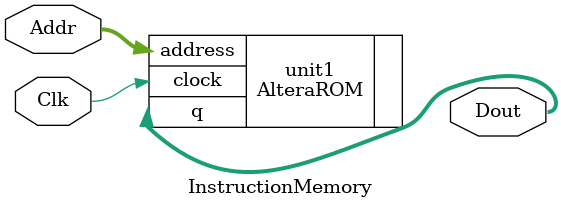
<source format=sv>


module InstructionMemory(Clk, Addr, Dout);
	input Clk;
	output [15:0] Dout; 

	input logic [6:0] Addr;
	//read-only module for instructions
	AlteraROM unit1 (
	.address(Addr),
	.clock(Clk),
	.q(Dout));
	

endmodule


</source>
